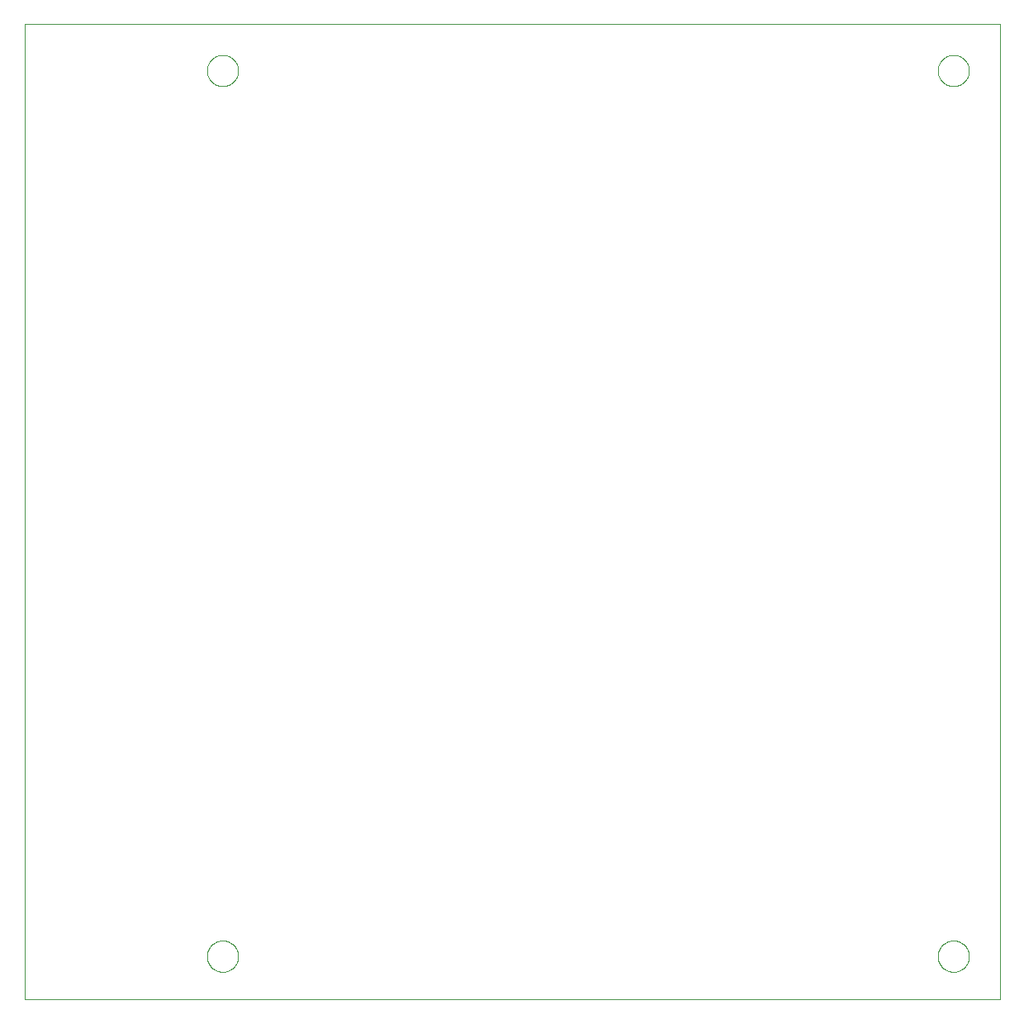
<source format=gbp>
G75*
%MOIN*%
%OFA0B0*%
%FSLAX25Y25*%
%IPPOS*%
%LPD*%
%AMOC8*
5,1,8,0,0,1.08239X$1,22.5*
%
%ADD10C,0.00000*%
D10*
X0001500Y0001500D02*
X0001500Y0395201D01*
X0395201Y0395201D01*
X0395201Y0001500D01*
X0001500Y0001500D01*
X0075201Y0019000D02*
X0075203Y0019158D01*
X0075209Y0019316D01*
X0075219Y0019474D01*
X0075233Y0019632D01*
X0075251Y0019789D01*
X0075272Y0019946D01*
X0075298Y0020102D01*
X0075328Y0020258D01*
X0075361Y0020413D01*
X0075399Y0020566D01*
X0075440Y0020719D01*
X0075485Y0020871D01*
X0075534Y0021022D01*
X0075587Y0021171D01*
X0075643Y0021319D01*
X0075703Y0021465D01*
X0075767Y0021610D01*
X0075835Y0021753D01*
X0075906Y0021895D01*
X0075980Y0022035D01*
X0076058Y0022172D01*
X0076140Y0022308D01*
X0076224Y0022442D01*
X0076313Y0022573D01*
X0076404Y0022702D01*
X0076499Y0022829D01*
X0076596Y0022954D01*
X0076697Y0023076D01*
X0076801Y0023195D01*
X0076908Y0023312D01*
X0077018Y0023426D01*
X0077131Y0023537D01*
X0077246Y0023646D01*
X0077364Y0023751D01*
X0077485Y0023853D01*
X0077608Y0023953D01*
X0077734Y0024049D01*
X0077862Y0024142D01*
X0077992Y0024232D01*
X0078125Y0024318D01*
X0078260Y0024402D01*
X0078396Y0024481D01*
X0078535Y0024558D01*
X0078676Y0024630D01*
X0078818Y0024700D01*
X0078962Y0024765D01*
X0079108Y0024827D01*
X0079255Y0024885D01*
X0079404Y0024940D01*
X0079554Y0024991D01*
X0079705Y0025038D01*
X0079857Y0025081D01*
X0080010Y0025120D01*
X0080165Y0025156D01*
X0080320Y0025187D01*
X0080476Y0025215D01*
X0080632Y0025239D01*
X0080789Y0025259D01*
X0080947Y0025275D01*
X0081104Y0025287D01*
X0081263Y0025295D01*
X0081421Y0025299D01*
X0081579Y0025299D01*
X0081737Y0025295D01*
X0081896Y0025287D01*
X0082053Y0025275D01*
X0082211Y0025259D01*
X0082368Y0025239D01*
X0082524Y0025215D01*
X0082680Y0025187D01*
X0082835Y0025156D01*
X0082990Y0025120D01*
X0083143Y0025081D01*
X0083295Y0025038D01*
X0083446Y0024991D01*
X0083596Y0024940D01*
X0083745Y0024885D01*
X0083892Y0024827D01*
X0084038Y0024765D01*
X0084182Y0024700D01*
X0084324Y0024630D01*
X0084465Y0024558D01*
X0084604Y0024481D01*
X0084740Y0024402D01*
X0084875Y0024318D01*
X0085008Y0024232D01*
X0085138Y0024142D01*
X0085266Y0024049D01*
X0085392Y0023953D01*
X0085515Y0023853D01*
X0085636Y0023751D01*
X0085754Y0023646D01*
X0085869Y0023537D01*
X0085982Y0023426D01*
X0086092Y0023312D01*
X0086199Y0023195D01*
X0086303Y0023076D01*
X0086404Y0022954D01*
X0086501Y0022829D01*
X0086596Y0022702D01*
X0086687Y0022573D01*
X0086776Y0022442D01*
X0086860Y0022308D01*
X0086942Y0022172D01*
X0087020Y0022035D01*
X0087094Y0021895D01*
X0087165Y0021753D01*
X0087233Y0021610D01*
X0087297Y0021465D01*
X0087357Y0021319D01*
X0087413Y0021171D01*
X0087466Y0021022D01*
X0087515Y0020871D01*
X0087560Y0020719D01*
X0087601Y0020566D01*
X0087639Y0020413D01*
X0087672Y0020258D01*
X0087702Y0020102D01*
X0087728Y0019946D01*
X0087749Y0019789D01*
X0087767Y0019632D01*
X0087781Y0019474D01*
X0087791Y0019316D01*
X0087797Y0019158D01*
X0087799Y0019000D01*
X0087797Y0018842D01*
X0087791Y0018684D01*
X0087781Y0018526D01*
X0087767Y0018368D01*
X0087749Y0018211D01*
X0087728Y0018054D01*
X0087702Y0017898D01*
X0087672Y0017742D01*
X0087639Y0017587D01*
X0087601Y0017434D01*
X0087560Y0017281D01*
X0087515Y0017129D01*
X0087466Y0016978D01*
X0087413Y0016829D01*
X0087357Y0016681D01*
X0087297Y0016535D01*
X0087233Y0016390D01*
X0087165Y0016247D01*
X0087094Y0016105D01*
X0087020Y0015965D01*
X0086942Y0015828D01*
X0086860Y0015692D01*
X0086776Y0015558D01*
X0086687Y0015427D01*
X0086596Y0015298D01*
X0086501Y0015171D01*
X0086404Y0015046D01*
X0086303Y0014924D01*
X0086199Y0014805D01*
X0086092Y0014688D01*
X0085982Y0014574D01*
X0085869Y0014463D01*
X0085754Y0014354D01*
X0085636Y0014249D01*
X0085515Y0014147D01*
X0085392Y0014047D01*
X0085266Y0013951D01*
X0085138Y0013858D01*
X0085008Y0013768D01*
X0084875Y0013682D01*
X0084740Y0013598D01*
X0084604Y0013519D01*
X0084465Y0013442D01*
X0084324Y0013370D01*
X0084182Y0013300D01*
X0084038Y0013235D01*
X0083892Y0013173D01*
X0083745Y0013115D01*
X0083596Y0013060D01*
X0083446Y0013009D01*
X0083295Y0012962D01*
X0083143Y0012919D01*
X0082990Y0012880D01*
X0082835Y0012844D01*
X0082680Y0012813D01*
X0082524Y0012785D01*
X0082368Y0012761D01*
X0082211Y0012741D01*
X0082053Y0012725D01*
X0081896Y0012713D01*
X0081737Y0012705D01*
X0081579Y0012701D01*
X0081421Y0012701D01*
X0081263Y0012705D01*
X0081104Y0012713D01*
X0080947Y0012725D01*
X0080789Y0012741D01*
X0080632Y0012761D01*
X0080476Y0012785D01*
X0080320Y0012813D01*
X0080165Y0012844D01*
X0080010Y0012880D01*
X0079857Y0012919D01*
X0079705Y0012962D01*
X0079554Y0013009D01*
X0079404Y0013060D01*
X0079255Y0013115D01*
X0079108Y0013173D01*
X0078962Y0013235D01*
X0078818Y0013300D01*
X0078676Y0013370D01*
X0078535Y0013442D01*
X0078396Y0013519D01*
X0078260Y0013598D01*
X0078125Y0013682D01*
X0077992Y0013768D01*
X0077862Y0013858D01*
X0077734Y0013951D01*
X0077608Y0014047D01*
X0077485Y0014147D01*
X0077364Y0014249D01*
X0077246Y0014354D01*
X0077131Y0014463D01*
X0077018Y0014574D01*
X0076908Y0014688D01*
X0076801Y0014805D01*
X0076697Y0014924D01*
X0076596Y0015046D01*
X0076499Y0015171D01*
X0076404Y0015298D01*
X0076313Y0015427D01*
X0076224Y0015558D01*
X0076140Y0015692D01*
X0076058Y0015828D01*
X0075980Y0015965D01*
X0075906Y0016105D01*
X0075835Y0016247D01*
X0075767Y0016390D01*
X0075703Y0016535D01*
X0075643Y0016681D01*
X0075587Y0016829D01*
X0075534Y0016978D01*
X0075485Y0017129D01*
X0075440Y0017281D01*
X0075399Y0017434D01*
X0075361Y0017587D01*
X0075328Y0017742D01*
X0075298Y0017898D01*
X0075272Y0018054D01*
X0075251Y0018211D01*
X0075233Y0018368D01*
X0075219Y0018526D01*
X0075209Y0018684D01*
X0075203Y0018842D01*
X0075201Y0019000D01*
X0370201Y0019000D02*
X0370203Y0019158D01*
X0370209Y0019316D01*
X0370219Y0019474D01*
X0370233Y0019632D01*
X0370251Y0019789D01*
X0370272Y0019946D01*
X0370298Y0020102D01*
X0370328Y0020258D01*
X0370361Y0020413D01*
X0370399Y0020566D01*
X0370440Y0020719D01*
X0370485Y0020871D01*
X0370534Y0021022D01*
X0370587Y0021171D01*
X0370643Y0021319D01*
X0370703Y0021465D01*
X0370767Y0021610D01*
X0370835Y0021753D01*
X0370906Y0021895D01*
X0370980Y0022035D01*
X0371058Y0022172D01*
X0371140Y0022308D01*
X0371224Y0022442D01*
X0371313Y0022573D01*
X0371404Y0022702D01*
X0371499Y0022829D01*
X0371596Y0022954D01*
X0371697Y0023076D01*
X0371801Y0023195D01*
X0371908Y0023312D01*
X0372018Y0023426D01*
X0372131Y0023537D01*
X0372246Y0023646D01*
X0372364Y0023751D01*
X0372485Y0023853D01*
X0372608Y0023953D01*
X0372734Y0024049D01*
X0372862Y0024142D01*
X0372992Y0024232D01*
X0373125Y0024318D01*
X0373260Y0024402D01*
X0373396Y0024481D01*
X0373535Y0024558D01*
X0373676Y0024630D01*
X0373818Y0024700D01*
X0373962Y0024765D01*
X0374108Y0024827D01*
X0374255Y0024885D01*
X0374404Y0024940D01*
X0374554Y0024991D01*
X0374705Y0025038D01*
X0374857Y0025081D01*
X0375010Y0025120D01*
X0375165Y0025156D01*
X0375320Y0025187D01*
X0375476Y0025215D01*
X0375632Y0025239D01*
X0375789Y0025259D01*
X0375947Y0025275D01*
X0376104Y0025287D01*
X0376263Y0025295D01*
X0376421Y0025299D01*
X0376579Y0025299D01*
X0376737Y0025295D01*
X0376896Y0025287D01*
X0377053Y0025275D01*
X0377211Y0025259D01*
X0377368Y0025239D01*
X0377524Y0025215D01*
X0377680Y0025187D01*
X0377835Y0025156D01*
X0377990Y0025120D01*
X0378143Y0025081D01*
X0378295Y0025038D01*
X0378446Y0024991D01*
X0378596Y0024940D01*
X0378745Y0024885D01*
X0378892Y0024827D01*
X0379038Y0024765D01*
X0379182Y0024700D01*
X0379324Y0024630D01*
X0379465Y0024558D01*
X0379604Y0024481D01*
X0379740Y0024402D01*
X0379875Y0024318D01*
X0380008Y0024232D01*
X0380138Y0024142D01*
X0380266Y0024049D01*
X0380392Y0023953D01*
X0380515Y0023853D01*
X0380636Y0023751D01*
X0380754Y0023646D01*
X0380869Y0023537D01*
X0380982Y0023426D01*
X0381092Y0023312D01*
X0381199Y0023195D01*
X0381303Y0023076D01*
X0381404Y0022954D01*
X0381501Y0022829D01*
X0381596Y0022702D01*
X0381687Y0022573D01*
X0381776Y0022442D01*
X0381860Y0022308D01*
X0381942Y0022172D01*
X0382020Y0022035D01*
X0382094Y0021895D01*
X0382165Y0021753D01*
X0382233Y0021610D01*
X0382297Y0021465D01*
X0382357Y0021319D01*
X0382413Y0021171D01*
X0382466Y0021022D01*
X0382515Y0020871D01*
X0382560Y0020719D01*
X0382601Y0020566D01*
X0382639Y0020413D01*
X0382672Y0020258D01*
X0382702Y0020102D01*
X0382728Y0019946D01*
X0382749Y0019789D01*
X0382767Y0019632D01*
X0382781Y0019474D01*
X0382791Y0019316D01*
X0382797Y0019158D01*
X0382799Y0019000D01*
X0382797Y0018842D01*
X0382791Y0018684D01*
X0382781Y0018526D01*
X0382767Y0018368D01*
X0382749Y0018211D01*
X0382728Y0018054D01*
X0382702Y0017898D01*
X0382672Y0017742D01*
X0382639Y0017587D01*
X0382601Y0017434D01*
X0382560Y0017281D01*
X0382515Y0017129D01*
X0382466Y0016978D01*
X0382413Y0016829D01*
X0382357Y0016681D01*
X0382297Y0016535D01*
X0382233Y0016390D01*
X0382165Y0016247D01*
X0382094Y0016105D01*
X0382020Y0015965D01*
X0381942Y0015828D01*
X0381860Y0015692D01*
X0381776Y0015558D01*
X0381687Y0015427D01*
X0381596Y0015298D01*
X0381501Y0015171D01*
X0381404Y0015046D01*
X0381303Y0014924D01*
X0381199Y0014805D01*
X0381092Y0014688D01*
X0380982Y0014574D01*
X0380869Y0014463D01*
X0380754Y0014354D01*
X0380636Y0014249D01*
X0380515Y0014147D01*
X0380392Y0014047D01*
X0380266Y0013951D01*
X0380138Y0013858D01*
X0380008Y0013768D01*
X0379875Y0013682D01*
X0379740Y0013598D01*
X0379604Y0013519D01*
X0379465Y0013442D01*
X0379324Y0013370D01*
X0379182Y0013300D01*
X0379038Y0013235D01*
X0378892Y0013173D01*
X0378745Y0013115D01*
X0378596Y0013060D01*
X0378446Y0013009D01*
X0378295Y0012962D01*
X0378143Y0012919D01*
X0377990Y0012880D01*
X0377835Y0012844D01*
X0377680Y0012813D01*
X0377524Y0012785D01*
X0377368Y0012761D01*
X0377211Y0012741D01*
X0377053Y0012725D01*
X0376896Y0012713D01*
X0376737Y0012705D01*
X0376579Y0012701D01*
X0376421Y0012701D01*
X0376263Y0012705D01*
X0376104Y0012713D01*
X0375947Y0012725D01*
X0375789Y0012741D01*
X0375632Y0012761D01*
X0375476Y0012785D01*
X0375320Y0012813D01*
X0375165Y0012844D01*
X0375010Y0012880D01*
X0374857Y0012919D01*
X0374705Y0012962D01*
X0374554Y0013009D01*
X0374404Y0013060D01*
X0374255Y0013115D01*
X0374108Y0013173D01*
X0373962Y0013235D01*
X0373818Y0013300D01*
X0373676Y0013370D01*
X0373535Y0013442D01*
X0373396Y0013519D01*
X0373260Y0013598D01*
X0373125Y0013682D01*
X0372992Y0013768D01*
X0372862Y0013858D01*
X0372734Y0013951D01*
X0372608Y0014047D01*
X0372485Y0014147D01*
X0372364Y0014249D01*
X0372246Y0014354D01*
X0372131Y0014463D01*
X0372018Y0014574D01*
X0371908Y0014688D01*
X0371801Y0014805D01*
X0371697Y0014924D01*
X0371596Y0015046D01*
X0371499Y0015171D01*
X0371404Y0015298D01*
X0371313Y0015427D01*
X0371224Y0015558D01*
X0371140Y0015692D01*
X0371058Y0015828D01*
X0370980Y0015965D01*
X0370906Y0016105D01*
X0370835Y0016247D01*
X0370767Y0016390D01*
X0370703Y0016535D01*
X0370643Y0016681D01*
X0370587Y0016829D01*
X0370534Y0016978D01*
X0370485Y0017129D01*
X0370440Y0017281D01*
X0370399Y0017434D01*
X0370361Y0017587D01*
X0370328Y0017742D01*
X0370298Y0017898D01*
X0370272Y0018054D01*
X0370251Y0018211D01*
X0370233Y0018368D01*
X0370219Y0018526D01*
X0370209Y0018684D01*
X0370203Y0018842D01*
X0370201Y0019000D01*
X0370201Y0376500D02*
X0370203Y0376658D01*
X0370209Y0376816D01*
X0370219Y0376974D01*
X0370233Y0377132D01*
X0370251Y0377289D01*
X0370272Y0377446D01*
X0370298Y0377602D01*
X0370328Y0377758D01*
X0370361Y0377913D01*
X0370399Y0378066D01*
X0370440Y0378219D01*
X0370485Y0378371D01*
X0370534Y0378522D01*
X0370587Y0378671D01*
X0370643Y0378819D01*
X0370703Y0378965D01*
X0370767Y0379110D01*
X0370835Y0379253D01*
X0370906Y0379395D01*
X0370980Y0379535D01*
X0371058Y0379672D01*
X0371140Y0379808D01*
X0371224Y0379942D01*
X0371313Y0380073D01*
X0371404Y0380202D01*
X0371499Y0380329D01*
X0371596Y0380454D01*
X0371697Y0380576D01*
X0371801Y0380695D01*
X0371908Y0380812D01*
X0372018Y0380926D01*
X0372131Y0381037D01*
X0372246Y0381146D01*
X0372364Y0381251D01*
X0372485Y0381353D01*
X0372608Y0381453D01*
X0372734Y0381549D01*
X0372862Y0381642D01*
X0372992Y0381732D01*
X0373125Y0381818D01*
X0373260Y0381902D01*
X0373396Y0381981D01*
X0373535Y0382058D01*
X0373676Y0382130D01*
X0373818Y0382200D01*
X0373962Y0382265D01*
X0374108Y0382327D01*
X0374255Y0382385D01*
X0374404Y0382440D01*
X0374554Y0382491D01*
X0374705Y0382538D01*
X0374857Y0382581D01*
X0375010Y0382620D01*
X0375165Y0382656D01*
X0375320Y0382687D01*
X0375476Y0382715D01*
X0375632Y0382739D01*
X0375789Y0382759D01*
X0375947Y0382775D01*
X0376104Y0382787D01*
X0376263Y0382795D01*
X0376421Y0382799D01*
X0376579Y0382799D01*
X0376737Y0382795D01*
X0376896Y0382787D01*
X0377053Y0382775D01*
X0377211Y0382759D01*
X0377368Y0382739D01*
X0377524Y0382715D01*
X0377680Y0382687D01*
X0377835Y0382656D01*
X0377990Y0382620D01*
X0378143Y0382581D01*
X0378295Y0382538D01*
X0378446Y0382491D01*
X0378596Y0382440D01*
X0378745Y0382385D01*
X0378892Y0382327D01*
X0379038Y0382265D01*
X0379182Y0382200D01*
X0379324Y0382130D01*
X0379465Y0382058D01*
X0379604Y0381981D01*
X0379740Y0381902D01*
X0379875Y0381818D01*
X0380008Y0381732D01*
X0380138Y0381642D01*
X0380266Y0381549D01*
X0380392Y0381453D01*
X0380515Y0381353D01*
X0380636Y0381251D01*
X0380754Y0381146D01*
X0380869Y0381037D01*
X0380982Y0380926D01*
X0381092Y0380812D01*
X0381199Y0380695D01*
X0381303Y0380576D01*
X0381404Y0380454D01*
X0381501Y0380329D01*
X0381596Y0380202D01*
X0381687Y0380073D01*
X0381776Y0379942D01*
X0381860Y0379808D01*
X0381942Y0379672D01*
X0382020Y0379535D01*
X0382094Y0379395D01*
X0382165Y0379253D01*
X0382233Y0379110D01*
X0382297Y0378965D01*
X0382357Y0378819D01*
X0382413Y0378671D01*
X0382466Y0378522D01*
X0382515Y0378371D01*
X0382560Y0378219D01*
X0382601Y0378066D01*
X0382639Y0377913D01*
X0382672Y0377758D01*
X0382702Y0377602D01*
X0382728Y0377446D01*
X0382749Y0377289D01*
X0382767Y0377132D01*
X0382781Y0376974D01*
X0382791Y0376816D01*
X0382797Y0376658D01*
X0382799Y0376500D01*
X0382797Y0376342D01*
X0382791Y0376184D01*
X0382781Y0376026D01*
X0382767Y0375868D01*
X0382749Y0375711D01*
X0382728Y0375554D01*
X0382702Y0375398D01*
X0382672Y0375242D01*
X0382639Y0375087D01*
X0382601Y0374934D01*
X0382560Y0374781D01*
X0382515Y0374629D01*
X0382466Y0374478D01*
X0382413Y0374329D01*
X0382357Y0374181D01*
X0382297Y0374035D01*
X0382233Y0373890D01*
X0382165Y0373747D01*
X0382094Y0373605D01*
X0382020Y0373465D01*
X0381942Y0373328D01*
X0381860Y0373192D01*
X0381776Y0373058D01*
X0381687Y0372927D01*
X0381596Y0372798D01*
X0381501Y0372671D01*
X0381404Y0372546D01*
X0381303Y0372424D01*
X0381199Y0372305D01*
X0381092Y0372188D01*
X0380982Y0372074D01*
X0380869Y0371963D01*
X0380754Y0371854D01*
X0380636Y0371749D01*
X0380515Y0371647D01*
X0380392Y0371547D01*
X0380266Y0371451D01*
X0380138Y0371358D01*
X0380008Y0371268D01*
X0379875Y0371182D01*
X0379740Y0371098D01*
X0379604Y0371019D01*
X0379465Y0370942D01*
X0379324Y0370870D01*
X0379182Y0370800D01*
X0379038Y0370735D01*
X0378892Y0370673D01*
X0378745Y0370615D01*
X0378596Y0370560D01*
X0378446Y0370509D01*
X0378295Y0370462D01*
X0378143Y0370419D01*
X0377990Y0370380D01*
X0377835Y0370344D01*
X0377680Y0370313D01*
X0377524Y0370285D01*
X0377368Y0370261D01*
X0377211Y0370241D01*
X0377053Y0370225D01*
X0376896Y0370213D01*
X0376737Y0370205D01*
X0376579Y0370201D01*
X0376421Y0370201D01*
X0376263Y0370205D01*
X0376104Y0370213D01*
X0375947Y0370225D01*
X0375789Y0370241D01*
X0375632Y0370261D01*
X0375476Y0370285D01*
X0375320Y0370313D01*
X0375165Y0370344D01*
X0375010Y0370380D01*
X0374857Y0370419D01*
X0374705Y0370462D01*
X0374554Y0370509D01*
X0374404Y0370560D01*
X0374255Y0370615D01*
X0374108Y0370673D01*
X0373962Y0370735D01*
X0373818Y0370800D01*
X0373676Y0370870D01*
X0373535Y0370942D01*
X0373396Y0371019D01*
X0373260Y0371098D01*
X0373125Y0371182D01*
X0372992Y0371268D01*
X0372862Y0371358D01*
X0372734Y0371451D01*
X0372608Y0371547D01*
X0372485Y0371647D01*
X0372364Y0371749D01*
X0372246Y0371854D01*
X0372131Y0371963D01*
X0372018Y0372074D01*
X0371908Y0372188D01*
X0371801Y0372305D01*
X0371697Y0372424D01*
X0371596Y0372546D01*
X0371499Y0372671D01*
X0371404Y0372798D01*
X0371313Y0372927D01*
X0371224Y0373058D01*
X0371140Y0373192D01*
X0371058Y0373328D01*
X0370980Y0373465D01*
X0370906Y0373605D01*
X0370835Y0373747D01*
X0370767Y0373890D01*
X0370703Y0374035D01*
X0370643Y0374181D01*
X0370587Y0374329D01*
X0370534Y0374478D01*
X0370485Y0374629D01*
X0370440Y0374781D01*
X0370399Y0374934D01*
X0370361Y0375087D01*
X0370328Y0375242D01*
X0370298Y0375398D01*
X0370272Y0375554D01*
X0370251Y0375711D01*
X0370233Y0375868D01*
X0370219Y0376026D01*
X0370209Y0376184D01*
X0370203Y0376342D01*
X0370201Y0376500D01*
X0075201Y0376500D02*
X0075203Y0376658D01*
X0075209Y0376816D01*
X0075219Y0376974D01*
X0075233Y0377132D01*
X0075251Y0377289D01*
X0075272Y0377446D01*
X0075298Y0377602D01*
X0075328Y0377758D01*
X0075361Y0377913D01*
X0075399Y0378066D01*
X0075440Y0378219D01*
X0075485Y0378371D01*
X0075534Y0378522D01*
X0075587Y0378671D01*
X0075643Y0378819D01*
X0075703Y0378965D01*
X0075767Y0379110D01*
X0075835Y0379253D01*
X0075906Y0379395D01*
X0075980Y0379535D01*
X0076058Y0379672D01*
X0076140Y0379808D01*
X0076224Y0379942D01*
X0076313Y0380073D01*
X0076404Y0380202D01*
X0076499Y0380329D01*
X0076596Y0380454D01*
X0076697Y0380576D01*
X0076801Y0380695D01*
X0076908Y0380812D01*
X0077018Y0380926D01*
X0077131Y0381037D01*
X0077246Y0381146D01*
X0077364Y0381251D01*
X0077485Y0381353D01*
X0077608Y0381453D01*
X0077734Y0381549D01*
X0077862Y0381642D01*
X0077992Y0381732D01*
X0078125Y0381818D01*
X0078260Y0381902D01*
X0078396Y0381981D01*
X0078535Y0382058D01*
X0078676Y0382130D01*
X0078818Y0382200D01*
X0078962Y0382265D01*
X0079108Y0382327D01*
X0079255Y0382385D01*
X0079404Y0382440D01*
X0079554Y0382491D01*
X0079705Y0382538D01*
X0079857Y0382581D01*
X0080010Y0382620D01*
X0080165Y0382656D01*
X0080320Y0382687D01*
X0080476Y0382715D01*
X0080632Y0382739D01*
X0080789Y0382759D01*
X0080947Y0382775D01*
X0081104Y0382787D01*
X0081263Y0382795D01*
X0081421Y0382799D01*
X0081579Y0382799D01*
X0081737Y0382795D01*
X0081896Y0382787D01*
X0082053Y0382775D01*
X0082211Y0382759D01*
X0082368Y0382739D01*
X0082524Y0382715D01*
X0082680Y0382687D01*
X0082835Y0382656D01*
X0082990Y0382620D01*
X0083143Y0382581D01*
X0083295Y0382538D01*
X0083446Y0382491D01*
X0083596Y0382440D01*
X0083745Y0382385D01*
X0083892Y0382327D01*
X0084038Y0382265D01*
X0084182Y0382200D01*
X0084324Y0382130D01*
X0084465Y0382058D01*
X0084604Y0381981D01*
X0084740Y0381902D01*
X0084875Y0381818D01*
X0085008Y0381732D01*
X0085138Y0381642D01*
X0085266Y0381549D01*
X0085392Y0381453D01*
X0085515Y0381353D01*
X0085636Y0381251D01*
X0085754Y0381146D01*
X0085869Y0381037D01*
X0085982Y0380926D01*
X0086092Y0380812D01*
X0086199Y0380695D01*
X0086303Y0380576D01*
X0086404Y0380454D01*
X0086501Y0380329D01*
X0086596Y0380202D01*
X0086687Y0380073D01*
X0086776Y0379942D01*
X0086860Y0379808D01*
X0086942Y0379672D01*
X0087020Y0379535D01*
X0087094Y0379395D01*
X0087165Y0379253D01*
X0087233Y0379110D01*
X0087297Y0378965D01*
X0087357Y0378819D01*
X0087413Y0378671D01*
X0087466Y0378522D01*
X0087515Y0378371D01*
X0087560Y0378219D01*
X0087601Y0378066D01*
X0087639Y0377913D01*
X0087672Y0377758D01*
X0087702Y0377602D01*
X0087728Y0377446D01*
X0087749Y0377289D01*
X0087767Y0377132D01*
X0087781Y0376974D01*
X0087791Y0376816D01*
X0087797Y0376658D01*
X0087799Y0376500D01*
X0087797Y0376342D01*
X0087791Y0376184D01*
X0087781Y0376026D01*
X0087767Y0375868D01*
X0087749Y0375711D01*
X0087728Y0375554D01*
X0087702Y0375398D01*
X0087672Y0375242D01*
X0087639Y0375087D01*
X0087601Y0374934D01*
X0087560Y0374781D01*
X0087515Y0374629D01*
X0087466Y0374478D01*
X0087413Y0374329D01*
X0087357Y0374181D01*
X0087297Y0374035D01*
X0087233Y0373890D01*
X0087165Y0373747D01*
X0087094Y0373605D01*
X0087020Y0373465D01*
X0086942Y0373328D01*
X0086860Y0373192D01*
X0086776Y0373058D01*
X0086687Y0372927D01*
X0086596Y0372798D01*
X0086501Y0372671D01*
X0086404Y0372546D01*
X0086303Y0372424D01*
X0086199Y0372305D01*
X0086092Y0372188D01*
X0085982Y0372074D01*
X0085869Y0371963D01*
X0085754Y0371854D01*
X0085636Y0371749D01*
X0085515Y0371647D01*
X0085392Y0371547D01*
X0085266Y0371451D01*
X0085138Y0371358D01*
X0085008Y0371268D01*
X0084875Y0371182D01*
X0084740Y0371098D01*
X0084604Y0371019D01*
X0084465Y0370942D01*
X0084324Y0370870D01*
X0084182Y0370800D01*
X0084038Y0370735D01*
X0083892Y0370673D01*
X0083745Y0370615D01*
X0083596Y0370560D01*
X0083446Y0370509D01*
X0083295Y0370462D01*
X0083143Y0370419D01*
X0082990Y0370380D01*
X0082835Y0370344D01*
X0082680Y0370313D01*
X0082524Y0370285D01*
X0082368Y0370261D01*
X0082211Y0370241D01*
X0082053Y0370225D01*
X0081896Y0370213D01*
X0081737Y0370205D01*
X0081579Y0370201D01*
X0081421Y0370201D01*
X0081263Y0370205D01*
X0081104Y0370213D01*
X0080947Y0370225D01*
X0080789Y0370241D01*
X0080632Y0370261D01*
X0080476Y0370285D01*
X0080320Y0370313D01*
X0080165Y0370344D01*
X0080010Y0370380D01*
X0079857Y0370419D01*
X0079705Y0370462D01*
X0079554Y0370509D01*
X0079404Y0370560D01*
X0079255Y0370615D01*
X0079108Y0370673D01*
X0078962Y0370735D01*
X0078818Y0370800D01*
X0078676Y0370870D01*
X0078535Y0370942D01*
X0078396Y0371019D01*
X0078260Y0371098D01*
X0078125Y0371182D01*
X0077992Y0371268D01*
X0077862Y0371358D01*
X0077734Y0371451D01*
X0077608Y0371547D01*
X0077485Y0371647D01*
X0077364Y0371749D01*
X0077246Y0371854D01*
X0077131Y0371963D01*
X0077018Y0372074D01*
X0076908Y0372188D01*
X0076801Y0372305D01*
X0076697Y0372424D01*
X0076596Y0372546D01*
X0076499Y0372671D01*
X0076404Y0372798D01*
X0076313Y0372927D01*
X0076224Y0373058D01*
X0076140Y0373192D01*
X0076058Y0373328D01*
X0075980Y0373465D01*
X0075906Y0373605D01*
X0075835Y0373747D01*
X0075767Y0373890D01*
X0075703Y0374035D01*
X0075643Y0374181D01*
X0075587Y0374329D01*
X0075534Y0374478D01*
X0075485Y0374629D01*
X0075440Y0374781D01*
X0075399Y0374934D01*
X0075361Y0375087D01*
X0075328Y0375242D01*
X0075298Y0375398D01*
X0075272Y0375554D01*
X0075251Y0375711D01*
X0075233Y0375868D01*
X0075219Y0376026D01*
X0075209Y0376184D01*
X0075203Y0376342D01*
X0075201Y0376500D01*
M02*

</source>
